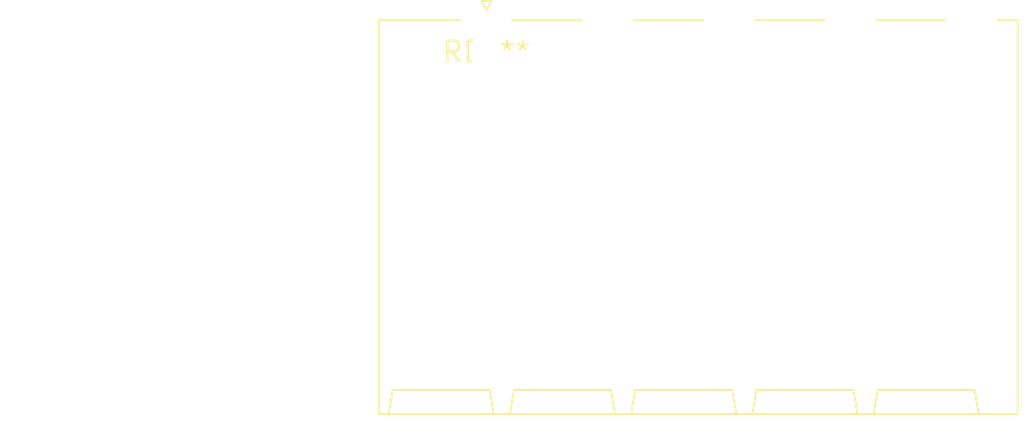
<source format=kicad_pcb>
(kicad_pcb (version 20240108) (generator pcbnew)
  (layers (0 "F.Cu" signal) (31 "B.Cu" signal) (34 "B.Paste" user) (35 "F.Paste" user) (36 "B.SilkS" user "B.Silkscreen") (37 "F.SilkS" user "F.Silkscreen") (38 "B.Mask" user) (39 "F.Mask" user) (44 "Edge.Cuts" user))
  (net 0 "")
  (footprint "PhoenixContact_SPT_5_5-H-7.5-ZB_1x05_P7.5mm_Horizontal" (layer "F.Cu") (at 0 0)
    (property "Reference" "REF**")
    (property "Value" "PhoenixContact_SPT_5_5-H-7.5-ZB_1x05_P7.5mm_Horizontal")
    (fp_line (start -6.66 -1.96) (end -1.6 -1.96) (layer "F.SilkS") (stroke (width 0.12)))
    (fp_line (start -6.66 22.41) (end -6.66 -1.96) (layer "F.SilkS") (stroke (width 0.12)))
    (fp_line (start -6.05 22.41) (end -5.8 20.91) (layer "F.SilkS") (stroke (width 0.12)))
    (fp_line (start -5.8 20.91) (end 0.2 20.91) (layer "F.SilkS") (stroke (width 0.12)))
    (fp_line (start -0.3 -3.15) (end 0 -2.55) (layer "F.SilkS") (stroke (width 0.12)))
    (fp_line (start -0.3 -3.15) (end 0.3 -3.15) (layer "F.SilkS") (stroke (width 0.12)))
    (fp_line (start 0.3 -3.15) (end 0 -2.55) (layer "F.SilkS") (stroke (width 0.12)))
    (fp_line (start 0.45 22.41) (end 0.2 20.91) (layer "F.SilkS") (stroke (width 0.12)))
    (fp_line (start 1.45 22.41) (end 1.7 20.91) (layer "F.SilkS") (stroke (width 0.12)))
    (fp_line (start 1.6 -1.96) (end 5.9 -1.96) (layer "F.SilkS") (stroke (width 0.12)))
    (fp_line (start 1.7 20.91) (end 7.7 20.91) (layer "F.SilkS") (stroke (width 0.12)))
    (fp_line (start 7.95 22.41) (end 7.7 20.91) (layer "F.SilkS") (stroke (width 0.12)))
    (fp_line (start 8.95 22.41) (end 9.2 20.91) (layer "F.SilkS") (stroke (width 0.12)))
    (fp_line (start 9.1 -1.96) (end 13.4 -1.96) (layer "F.SilkS") (stroke (width 0.12)))
    (fp_line (start 9.2 20.91) (end 15.2 20.91) (layer "F.SilkS") (stroke (width 0.12)))
    (fp_line (start 15.45 22.41) (end 15.2 20.91) (layer "F.SilkS") (stroke (width 0.12)))
    (fp_line (start 16.45 22.41) (end 16.7 20.91) (layer "F.SilkS") (stroke (width 0.12)))
    (fp_line (start 16.6 -1.96) (end 20.9 -1.96) (layer "F.SilkS") (stroke (width 0.12)))
    (fp_line (start 16.7 20.91) (end 22.7 20.91) (layer "F.SilkS") (stroke (width 0.12)))
    (fp_line (start 22.95 22.41) (end 22.7 20.91) (layer "F.SilkS") (stroke (width 0.12)))
    (fp_line (start 23.95 22.41) (end 24.2 20.91) (layer "F.SilkS") (stroke (width 0.12)))
    (fp_line (start 24.1 -1.96) (end 28.4 -1.96) (layer "F.SilkS") (stroke (width 0.12)))
    (fp_line (start 24.2 20.91) (end 30.2 20.91) (layer "F.SilkS") (stroke (width 0.12)))
    (fp_line (start 30.45 22.41) (end 30.2 20.91) (layer "F.SilkS") (stroke (width 0.12)))
    (fp_line (start 31.6 -1.96) (end 32.86 -1.96) (layer "F.SilkS") (stroke (width 0.12)))
    (fp_line (start 32.86 -1.96) (end 32.86 22.41) (layer "F.SilkS") (stroke (width 0.12)))
    (fp_line (start 32.86 22.41) (end -6.66 22.41) (layer "F.SilkS") (stroke (width 0.12)))
    (pad "1" thru_hole roundrect (at 0 0) (size 2.8 4.3) (drill 2.1) (layers *.Cu *.Mask) (remove_unused_layers) (roundrect_rratio 0.089286))
    (pad "2" thru_hole oval (at 7.5 13.2) (size 2.8 4.3) (drill 2.1) (layers *.Cu *.Mask) (remove_unused_layers))
    (pad "3" thru_hole oval (at 15 0) (size 2.8 4.3) (drill 2.1) (layers *.Cu *.Mask) (remove_unused_layers))
    (pad "4" thru_hole oval (at 22.5 13.2) (size 2.8 4.3) (drill 2.1) (layers *.Cu *.Mask) (remove_unused_layers))
    (pad "5" thru_hole oval (at 30 0) (size 2.8 4.3) (drill 2.1) (layers *.Cu *.Mask) (remove_unused_layers))
  )
)
</source>
